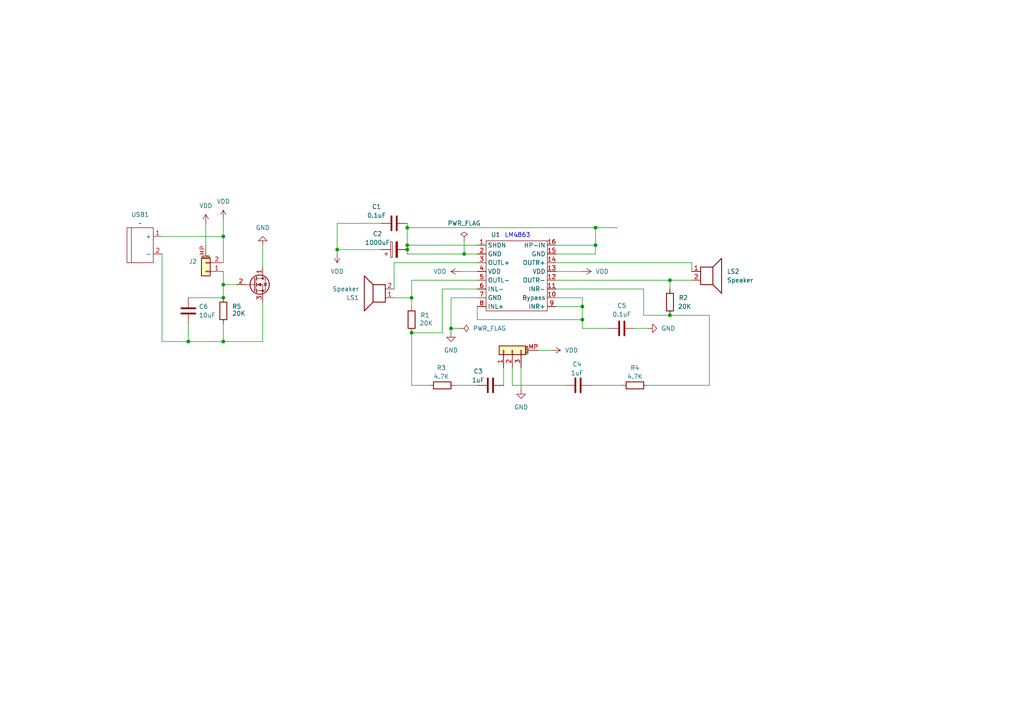
<source format=kicad_sch>
(kicad_sch (version 20231120) (generator "eeschema") (generator_version "8.0")
  (paper "A4")
  (title_block (title "test1") (date "2024-09-24") (rev "v1.0"))
  (lib_symbols
    (symbol "Connector_Generic_MountingPin:Conn_01x02_MountingPin" (pin_names (offset 1.016) hide)
      (property "Reference" "J" (at 0 2.54 0))
      (property "Value" "Conn_01x02_MountingPin" (at 1.27 -5.08 0))
      (symbol "Conn_01x02_MountingPin_1_1"
        (rectangle (start -1.27 -2.413) (end 0 -2.667) (stroke (width 0.1524)))
        (rectangle (start -1.27 0.127) (end 0 -0.127) (stroke (width 0.1524)))
        (rectangle (start -1.27 1.27) (end 1.27 -3.81) (stroke (width 0.254)) (fill (type background)))
        (polyline (pts (xy -1.016 -4.572) (xy 1.016 -4.572)) (stroke (width 0.1524)))
        (text "Mounting" (at 0 -4.191 0) (effects (font (size 0.381 0.381))))
        (pin passive line (at -5.08 0 0) (length 3.81) (name "Pin_1") (number "1"))
        (pin passive line (at -5.08 -2.54 0) (length 3.81) (name "Pin_2") (number "2"))
        (pin passive line (at 0 -7.62 90) (length 3.048) (name "MountPin") (number "MP"))
      )
    )
    (symbol "Connector_Generic_MountingPin:Conn_01x03_MountingPin" (pin_names (offset 1.016) hide)
      (property "Reference" "J" (at 0 5.08 0))
      (property "Value" "Conn_01x03_MountingPin" (at 1.27 -5.08 0))
      (symbol "Conn_01x03_MountingPin_1_1"
        (rectangle (start -1.27 -2.413) (end 0 -2.667) (stroke (width 0.1524)))
        (rectangle (start -1.27 0.127) (end 0 -0.127) (stroke (width 0.1524)))
        (rectangle (start -1.27 2.667) (end 0 2.413) (stroke (width 0.1524)))
        (rectangle (start -1.27 3.81) (end 1.27 -3.81) (stroke (width 0.254)) (fill (type background)))
        (polyline (pts (xy -1.016 -4.572) (xy 1.016 -4.572)) (stroke (width 0.1524)))
        (text "Mounting" (at 0 -4.191 0) (effects (font (size 0.381 0.381))))
        (pin passive line (at -5.08 2.54 0) (length 3.81) (name "Pin_1") (number "1"))
        (pin passive line (at -5.08 0 0) (length 3.81) (name "Pin_2") (number "2"))
        (pin passive line (at -5.08 -2.54 0) (length 3.81) (name "Pin_3") (number "3"))
        (pin passive line (at 0 -7.62 90) (length 3.048) (name "MountPin") (number "MP"))
      )
    )
    (symbol "Device:C" (pin_numbers hide) (pin_names (offset 0.254))
      (property "Reference" "C" (at 0.635 2.54 0))
      (property "Value" "C" (at 0.635 -2.54 0))
      (symbol "C_0_1"
        (polyline (pts (xy -2.032 -0.762) (xy 2.032 -0.762)) (stroke (width 0.508)))
        (polyline (pts (xy -2.032 0.762) (xy 2.032 0.762)) (stroke (width 0.508)))
      )
      (symbol "C_1_1"
        (pin passive line (at 0 3.81 270) (length 2.794) (name "~") (number "1"))
        (pin passive line (at 0 -3.81 90) (length 2.794) (name "~") (number "2"))
      )
    )
    (symbol "Device:C_Polarized" (pin_numbers hide) (pin_names (offset 0.254))
      (property "Reference" "C" (at 0.635 2.54 0))
      (property "Value" "C_Polarized" (at 0.635 -2.54 0))
      (symbol "C_Polarized_0_1"
        (rectangle (start -2.286 0.508) (end 2.286 1.016))
        (polyline (pts (xy -1.778 2.286) (xy -0.762 2.286)))
        (polyline (pts (xy -1.27 2.794) (xy -1.27 1.778)))
        (rectangle (start 2.286 -0.508) (end -2.286 -1.016) (fill (type outline)))
      )
      (symbol "C_Polarized_1_1"
        (pin passive line (at 0 3.81 270) (length 2.794) (name "~") (number "1"))
        (pin passive line (at 0 -3.81 90) (length 2.794) (name "~") (number "2"))
      )
    )
    (symbol "Device:R" (pin_numbers hide) (pin_names (offset 0))
      (property "Reference" "R" (at 2.032 0 90))
      (property "Value" "R" (at 0 0 90))
      (symbol "R_0_1"
        (rectangle (start -1.016 -2.54) (end 1.016 2.54) (stroke (width 0.254)))
      )
      (symbol "R_1_1"
        (pin passive line (at 0 3.81 270) (length 1.27) (name "~") (number "1"))
        (pin passive line (at 0 -3.81 90) (length 1.27) (name "~") (number "2"))
      )
    )
    (symbol "Device:Speaker" (pin_names (offset 0) hide)
      (property "Reference" "LS" (at 1.27 5.715 0))
      (property "Value" "Speaker" (at 1.27 3.81 0))
      (symbol "Speaker_0_0"
        (rectangle (start -2.54 1.27) (end 1.016 -3.81) (stroke (width 0.254)))
        (polyline (pts (xy 1.016 1.27) (xy 3.556 3.81) (xy 3.556 -6.35) (xy 1.016 -3.81)) (stroke (width 0.254)))
      )
      (symbol "Speaker_1_1"
        (pin input line (at -5.08 0 0) (length 2.54) (name "1") (number "1"))
        (pin input line (at -5.08 -2.54 0) (length 2.54) (name "2") (number "2"))
      )
    )
    (symbol "Transistor_FET:BS108" (pin_names hide)
      (property "Reference" "Q" (at 5.08 1.905 0))
      (property "Value" "BS108" (at 5.08 0 0))
      (symbol "BS108_0_1"
        (polyline (pts (xy 0.254 0) (xy -2.54 0)))
        (polyline (pts (xy 0.254 1.905) (xy 0.254 -1.905)) (stroke (width 0.254)))
        (polyline (pts (xy 0.762 -1.27) (xy 0.762 -2.286)) (stroke (width 0.254)))
        (polyline (pts (xy 0.762 0.508) (xy 0.762 -0.508)) (stroke (width 0.254)))
        (polyline (pts (xy 0.762 2.286) (xy 0.762 1.27)) (stroke (width 0.254)))
        (polyline (pts (xy 2.54 2.54) (xy 2.54 1.778)))
        (polyline (pts (xy 2.54 -2.54) (xy 2.54 0) (xy 0.762 0)))
        (polyline (pts (xy 0.762 -1.778) (xy 3.302 -1.778) (xy 3.302 1.778) (xy 0.762 1.778)))
        (polyline (pts (xy 1.016 0) (xy 2.032 0.381) (xy 2.032 -0.381) (xy 1.016 0)) (fill (type outline)))
        (polyline (pts (xy 2.794 0.508) (xy 2.921 0.381) (xy 3.683 0.381) (xy 3.81 0.254)))
        (polyline (pts (xy 3.302 0.381) (xy 2.921 -0.254) (xy 3.683 -0.254) (xy 3.302 0.381)))
        (circle (center 1.651 0) (radius 2.794) (stroke (width 0.254)))
        (circle (center 2.54 -1.778) (radius 0.254) (fill (type outline)))
        (circle (center 2.54 1.778) (radius 0.254) (fill (type outline)))
      )
      (symbol "BS108_1_1"
        (pin passive line (at 2.54 5.08 270) (length 2.54) (name "D") (number "1"))
        (pin input line (at -5.08 0 0) (length 2.54) (name "G") (number "2"))
        (pin passive line (at 2.54 -5.08 90) (length 2.54) (name "S") (number "3"))
      )
    )
    (symbol "power:GND" (power) (pin_numbers hide) (pin_names (offset 0) hide)
      (property "Value" "GND" (at 0 -3.81 0))
      (symbol "GND_0_1"
        (polyline (pts (xy 0 0) (xy 0 -1.27) (xy 1.27 -1.27) (xy 0 -2.54) (xy -1.27 -1.27) (xy 0 -1.27)))
      )
      (symbol "GND_1_1"
        (pin power_in line (at 0 0 270) (length 0) (name "~") (number "1"))
      )
    )
    (symbol "power:PWR_FLAG" (power) (pin_numbers hide) (pin_names (offset 0) hide)
      (property "Value" "PWR_FLAG" (at 0 3.81 0))
      (symbol "PWR_FLAG_0_0"
        (pin power_out line (at 0 0 90) (length 0) (name "~") (number "1"))
      )
      (symbol "PWR_FLAG_0_1"
        (polyline (pts (xy 0 0) (xy 0 1.27) (xy -1.016 1.905) (xy 0 2.54) (xy 1.016 1.905) (xy 0 1.27)))
      )
    )
    (symbol "power:VDD" (power) (pin_numbers hide) (pin_names (offset 0) hide)
      (property "Value" "VDD" (at 0 3.556 0))
      (symbol "VDD_0_1"
        (polyline (pts (xy -0.762 1.27) (xy 0 2.54)))
        (polyline (pts (xy 0 0) (xy 0 2.54)))
        (polyline (pts (xy 0 2.54) (xy 0.762 1.27)))
      )
      (symbol "VDD_1_1"
        (pin power_in line (at 0 0 90) (length 0) (name "~") (number "1"))
      )
    )
    (symbol "test_Library:LM4863"
      (property "Reference" "U1" (at 2.794 24.638 0))
      (property "Value" "~" (at 8.89 24.13 0))
      (symbol "LM4863_0_1"
        (rectangle (start 17.78 2.54) (end 17.78 2.54))
      )
      (symbol "LM4863_1_1"
        (rectangle (start 0 22.86) (end 17.78 2.54))
        (pin input line (at -2.54 21.59 0) (length 2.54) (name "SHDN") (number "1"))
        (pin output line (at 20.32 6.35 180) (length 2.54) (name "Bypass") (number "10"))
        (pin input line (at 20.32 8.89 180) (length 2.54) (name "INR-") (number "11"))
        (pin output line (at 20.32 11.43 180) (length 2.54) (name "OUTR-") (number "12"))
        (pin power_in line (at 20.32 13.97 180) (length 2.54) (name "VDD") (number "13"))
        (pin output line (at 20.32 16.51 180) (length 2.54) (name "OUTR+") (number "14"))
        (pin power_in line (at 20.32 19.05 180) (length 2.54) (name "GND") (number "15"))
        (pin input line (at 20.32 21.59 180) (length 2.54) (name "HP-IN") (number "16"))
        (pin power_in line (at -2.54 19.05 0) (length 2.54) (name "GND") (number "2"))
        (pin output line (at -2.54 16.51 0) (length 2.54) (name "OUTL+") (number "3"))
        (pin power_in line (at -2.54 13.97 0) (length 2.54) (name "VDD") (number "4"))
        (pin output line (at -2.54 11.43 0) (length 2.54) (name "OUTL-") (number "5"))
        (pin input line (at -2.54 8.89 0) (length 2.54) (name "INL-") (number "6"))
        (pin power_in line (at -2.54 6.35 0) (length 2.54) (name "GND") (number "7"))
        (pin input line (at -2.54 3.81 0) (length 2.54) (name "INL+") (number "8"))
        (pin input line (at 20.32 3.81 180) (length 2.54) (name "INR+") (number "9"))
      )
    )
    (symbol "test_Library:MICRO_USB_2P"
      (property "Reference" "USB" (at 8.382 3.81 0))
      (symbol "MICRO_USB_2P_0_1"
        (polyline (pts (xy 7.62 -7.62) (xy 7.62 2.54)))
        (rectangle (start 6.35 2.54) (end 13.97 -7.62))
      )
      (symbol "MICRO_USB_2P_1_1"
        (pin power_out line (at 16.51 0 180) (length 2.54) (name "+") (number "1"))
        (pin power_out line (at 16.51 -5.08 180) (length 2.54) (name "-") (number "2"))
      )
    )
  )
  (junction (at 64.77 86.36))
  (junction (at 194.31 81.28))
  (junction (at 172.72 66.04))
  (junction (at 119.38 96.52))
  (junction (at 54.61 99.06))
  (junction (at 119.38 86.36))
  (junction (at 97.79 72.39))
  (junction (at 172.72 71.12))
  (junction (at 130.81 95.25))
  (junction (at 118.11 66.04))
  (junction (at 64.77 99.06))
  (junction (at 118.11 71.12))
  (junction (at 64.77 82.55))
  (junction (at 118.11 72.39))
  (junction (at 194.31 91.44))
  (junction (at 134.62 73.66))
  (junction (at 64.77 68.58))
  (junction (at 168.91 92.71))
  (junction (at 168.91 88.9))
  (wire (pts (xy 194.31 91.44) (xy 186.69 91.44)))
  (wire (pts (xy 161.29 86.36) (xy 168.91 86.36)))
  (wire (pts (xy 187.96 111.76) (xy 205.74 111.76)))
  (wire (pts (xy 64.77 99.06) (xy 54.61 99.06)))
  (wire (pts (xy 138.43 88.9) (xy 138.43 92.71)))
  (wire (pts (xy 119.38 81.28) (xy 119.38 86.36)))
  (wire (pts (xy 119.38 86.36) (xy 119.38 88.9)))
  (wire (pts (xy 118.11 71.12) (xy 118.11 72.39)))
  (wire (pts (xy 118.11 64.77) (xy 118.11 66.04)))
  (wire (pts (xy 194.31 81.28) (xy 194.31 83.82)))
  (wire (pts (xy 76.2 87.63) (xy 76.2 99.06)))
  (wire (pts (xy 205.74 91.44) (xy 194.31 91.44)))
  (wire (pts (xy 46.99 99.06) (xy 54.61 99.06)))
  (wire (pts (xy 168.91 95.25) (xy 176.53 95.25)))
  (wire (pts (xy 161.29 81.28) (xy 194.31 81.28)))
  (wire (pts (xy 64.77 82.55) (xy 68.58 82.55)))
  (wire (pts (xy 138.43 73.66) (xy 134.62 73.66)))
  (wire (pts (xy 128.27 96.52) (xy 128.27 83.82)))
  (wire (pts (xy 156.21 101.6) (xy 160.02 101.6)))
  (wire (pts (xy 138.43 81.28) (xy 119.38 81.28)))
  (wire (pts (xy 138.43 92.71) (xy 168.91 92.71)))
  (wire (pts (xy 186.69 83.82) (xy 161.29 83.82)))
  (wire (pts (xy 168.91 88.9) (xy 168.91 92.71)))
  (wire (pts (xy 119.38 96.52) (xy 128.27 96.52)))
  (wire (pts (xy 97.79 64.77) (xy 110.49 64.77)))
  (wire (pts (xy 97.79 64.77) (xy 97.79 72.39)))
  (wire (pts (xy 138.43 86.36) (xy 130.81 86.36)))
  (wire (pts (xy 138.43 76.2) (xy 114.3 76.2)))
  (wire (pts (xy 97.79 72.39) (xy 97.79 73.66)))
  (wire (pts (xy 119.38 111.76) (xy 124.46 111.76)))
  (wire (pts (xy 161.29 71.12) (xy 172.72 71.12)))
  (wire (pts (xy 134.62 69.85) (xy 134.62 73.66)))
  (wire (pts (xy 128.27 83.82) (xy 138.43 83.82)))
  (wire (pts (xy 46.99 68.58) (xy 64.77 68.58)))
  (wire (pts (xy 168.91 92.71) (xy 168.91 95.25)))
  (wire (pts (xy 119.38 96.52) (xy 119.38 111.76)))
  (wire (pts (xy 118.11 71.12) (xy 138.43 71.12)))
  (wire (pts (xy 133.35 78.74) (xy 138.43 78.74)))
  (wire (pts (xy 54.61 99.06) (xy 54.61 93.98)))
  (wire (pts (xy 130.81 95.25) (xy 133.35 95.25)))
  (wire (pts (xy 64.77 63.5) (xy 64.77 68.58)))
  (wire (pts (xy 59.69 64.77) (xy 59.69 71.12)))
  (wire (pts (xy 161.29 88.9) (xy 168.91 88.9)))
  (wire (pts (xy 76.2 71.12) (xy 76.2 77.47)))
  (wire (pts (xy 146.05 106.68) (xy 146.05 111.76)))
  (wire (pts (xy 64.77 93.98) (xy 64.77 99.06)))
  (wire (pts (xy 194.31 81.28) (xy 200.66 81.28)))
  (wire (pts (xy 46.99 73.66) (xy 46.99 99.06)))
  (wire (pts (xy 64.77 68.58) (xy 64.77 76.2)))
  (wire (pts (xy 205.74 111.76) (xy 205.74 91.44)))
  (wire (pts (xy 151.13 106.68) (xy 151.13 113.03)))
  (wire (pts (xy 168.91 86.36) (xy 168.91 88.9)))
  (wire (pts (xy 171.45 111.76) (xy 180.34 111.76)))
  (wire (pts (xy 172.72 66.04) (xy 179.07 66.04)))
  (wire (pts (xy 118.11 73.66) (xy 118.11 72.39)))
  (wire (pts (xy 110.49 72.39) (xy 97.79 72.39)))
  (wire (pts (xy 148.59 111.76) (xy 163.83 111.76)))
  (wire (pts (xy 161.29 76.2) (xy 200.66 76.2)))
  (wire (pts (xy 161.29 73.66) (xy 172.72 73.66)))
  (wire (pts (xy 118.11 66.04) (xy 118.11 71.12)))
  (wire (pts (xy 64.77 78.74) (xy 64.77 82.55)))
  (wire (pts (xy 130.81 86.36) (xy 130.81 95.25)))
  (wire (pts (xy 172.72 71.12) (xy 172.72 66.04)))
  (wire (pts (xy 54.61 86.36) (xy 64.77 86.36)))
  (wire (pts (xy 172.72 73.66) (xy 172.72 71.12)))
  (wire (pts (xy 76.2 99.06) (xy 64.77 99.06)))
  (wire (pts (xy 200.66 76.2) (xy 200.66 78.74)))
  (wire (pts (xy 64.77 82.55) (xy 64.77 86.36)))
  (wire (pts (xy 134.62 73.66) (xy 118.11 73.66)))
  (wire (pts (xy 184.15 95.25) (xy 187.96 95.25)))
  (wire (pts (xy 161.29 78.74) (xy 168.91 78.74)))
  (wire (pts (xy 148.59 106.68) (xy 148.59 111.76)))
  (wire (pts (xy 186.69 91.44) (xy 186.69 83.82)))
  (wire (pts (xy 130.81 95.25) (xy 130.81 96.52)))
  (wire (pts (xy 132.08 111.76) (xy 138.43 111.76)))
  (wire (pts (xy 118.11 66.04) (xy 172.72 66.04)))
  (wire (pts (xy 114.3 76.2) (xy 114.3 83.82)))
  (wire (pts (xy 114.3 86.36) (xy 119.38 86.36)))
  (text "LM4863" (at 150.114 68.326 0) (effects (font (size 1.27 1.27))))
  (symbol (lib_id "power:VDD") (at 59.69 64.77 0) (unit 1)
    (property "Reference" "#PWR010" (effects (hide yes)))
    (property "Value" "VDD" (at 59.69 59.69 0))
    (property "Description" "Power symbol creates a global label with name \"VDD\"" (effects (hide yes)))
  )
  (symbol (lib_id "Device:R") (at 194.31 87.63 0) (unit 1)
    (property "Reference" "R2" (at 196.85 86.3599 0) (effects (justify left)))
    (property "Value" "20K" (at 196.596 88.9 0) (effects (justify left)))
    (property "Footprint" "Resistor_SMD:R_0201_0603Metric" (effects (hide yes)))
    (property "Description" "Resistor" (effects (hide yes)))
  )
  (symbol (lib_id "Device:C") (at 142.24 111.76 90) (unit 1)
    (property "Reference" "C3" (at 138.684 107.696 90))
    (property "Value" "1uF" (at 138.684 110.236 90))
    (property "Footprint" "Capacitor_THT:C_Disc_D3.0mm_W1.6mm_P2.50mm" (effects (hide yes)))
    (property "Description" "Unpolarized capacitor" (effects (hide yes)))
  )
  (symbol (lib_id "Device:C") (at 114.3 64.77 90) (unit 1)
    (property "Reference" "C1" (at 109.22 59.944 90))
    (property "Value" "0.1uF" (at 109.22 62.484 90))
    (property "Footprint" "Capacitor_THT:C_Disc_D3.0mm_W1.6mm_P2.50mm" (effects (hide yes)))
    (property "Description" "Unpolarized capacitor" (effects (hide yes)))
  )
  (symbol (lib_id "power:VDD") (at 97.79 73.66 180) (unit 1)
    (property "Reference" "#PWR01" (effects (hide yes)))
    (property "Value" "VDD" (at 97.79 78.74 0))
    (property "Description" "Power symbol creates a global label with name \"VDD\"" (effects (hide yes)))
  )
  (symbol (lib_id "Device:C") (at 180.34 95.25 90) (unit 1)
    (property "Reference" "C5" (at 180.34 88.646 90))
    (property "Value" "0.1uF" (at 180.34 91.186 90))
    (property "Footprint" "Capacitor_THT:C_Disc_D3.0mm_W1.6mm_P2.50mm" (effects (hide yes)))
    (property "Description" "Unpolarized capacitor" (effects (hide yes)))
  )
  (symbol (lib_id "Device:C") (at 54.61 90.17 180) (unit 1)
    (property "Reference" "C6" (at 57.658 88.9 0) (effects (justify right)))
    (property "Value" "10uF" (at 57.658 91.44 0) (effects (justify right)))
    (property "Footprint" "Capacitor_THT:C_Disc_D3.0mm_W1.6mm_P2.50mm" (effects (hide yes)))
    (property "Description" "Unpolarized capacitor" (effects (hide yes)))
  )
  (symbol (lib_id "Device:R") (at 184.15 111.76 90) (unit 1)
    (property "Reference" "R4" (at 184.15 106.68 90))
    (property "Value" "4.7K" (at 184.15 109.22 90))
    (property "Footprint" "Resistor_SMD:R_0201_0603Metric" (effects (hide yes)))
    (property "Description" "Resistor" (effects (hide yes)))
  )
  (symbol (lib_id "power:PWR_FLAG") (at 133.35 95.25 270) (unit 1)
    (property "Reference" "#FLG01" (effects (hide yes)))
    (property "Value" "PWR_FLAG" (at 137.16 95.2499 90) (effects (justify left)))
    (property "Description" "Special symbol for telling ERC where power comes from" (effects (hide yes)))
  )
  (symbol (lib_id "power:VDD") (at 160.02 101.6 270) (unit 1)
    (property "Reference" "#PWR07" (effects (hide yes)))
    (property "Value" "VDD" (at 163.83 101.5999 90) (effects (justify left)))
    (property "Description" "Power symbol creates a global label with name \"VDD\"" (effects (hide yes)))
  )
  (symbol (lib_id "test_Library:MICRO_USB_2P") (at 30.48 68.58 0) (unit 1)
    (property "Reference" "USB1" (at 40.64 62.23 0))
    (property "Value" "~" (at 40.64 64.77 0))
    (property "Footprint" "Connector_USB:USB_Micro-B_Molex-105133-0031" (effects (hide yes)))
  )
  (symbol (lib_id "power:GND") (at 76.2 71.12 180) (unit 1)
    (property "Reference" "#PWR09" (effects (hide yes)))
    (property "Value" "GND" (at 76.2 66.04 0))
    (property "Description" "Power symbol creates a global label with name \"GND\" , ground" (effects (hide yes)))
  )
  (symbol (lib_id "Device:R") (at 64.77 90.17 0) (unit 1)
    (property "Reference" "R5" (at 67.31 88.8999 0) (effects (justify left)))
    (property "Value" "20K" (at 67.31 90.932 0) (effects (justify left)))
    (property "Footprint" "Resistor_SMD:R_0201_0603Metric" (effects (hide yes)))
    (property "Description" "Resistor" (effects (hide yes)))
  )
  (symbol (lib_id "power:VDD") (at 168.91 78.74 270) (unit 1)
    (property "Reference" "#PWR06" (effects (hide yes)))
    (property "Value" "VDD" (at 172.72 78.7399 90) (effects (justify left)))
    (property "Description" "Power symbol creates a global label with name \"VDD\"" (effects (hide yes)))
  )
  (symbol (lib_id "Device:C_Polarized") (at 114.3 72.39 90) (unit 1)
    (property "Reference" "C2" (at 109.474 67.818 90))
    (property "Value" "1000uF" (at 109.474 70.358 90))
    (property "Footprint" "Capacitor_THT:C_Disc_D3.0mm_W1.6mm_P2.50mm" (effects (hide yes)))
    (property "Description" "Polarized capacitor" (effects (hide yes)))
  )
  (symbol (lib_id "Transistor_FET:BS108") (at 73.66 82.55 0) (unit 1)
    (property "Reference" "Q1" (effects (hide yes)))
    (property "Value" "BS108" (effects (hide yes)))
    (property "Footprint" "Package_TO_SOT_THT:TO-92_Inline" (effects (hide yes)))
    (property "Datasheet" "http://www.redrok.com/MOSFET_BS108_200V_250mA_8O_Vth1.5_TO-92.PDF" (effects (hide yes)))
    (property "Description" "0.25A Id, 200V Vds, N-Channel MOSFET, TO-92" (effects (hide yes)))
  )
  (symbol (lib_id "power:GND") (at 130.81 96.52 0) (unit 1)
    (property "Reference" "#PWR03" (effects (hide yes)))
    (property "Value" "GND" (at 130.81 101.6 0))
    (property "Description" "Power symbol creates a global label with name \"GND\" , ground" (effects (hide yes)))
  )
  (symbol (lib_id "Device:C") (at 167.64 111.76 90) (unit 1)
    (property "Reference" "C4" (at 167.386 105.664 90))
    (property "Value" "1uF" (at 167.386 108.204 90))
    (property "Footprint" "Capacitor_THT:C_Disc_D3.0mm_W1.6mm_P2.50mm" (effects (hide yes)))
    (property "Description" "Unpolarized capacitor" (effects (hide yes)))
  )
  (symbol (lib_id "power:PWR_FLAG") (at 134.62 69.85 0) (unit 1)
    (property "Reference" "#FLG03" (effects (hide yes)))
    (property "Value" "PWR_FLAG" (at 134.62 64.77 0))
    (property "Description" "Special symbol for telling ERC where power comes from" (effects (hide yes)))
  )
  (symbol (lib_id "test_Library:LM4863") (at 140.97 92.71 0) (unit 1)
    (property "Reference" "U1" (at 143.764 68.072 0))
    (property "Value" "~" (at 149.86 68.58 0))
    (property "Footprint" "ET2-1-KiCADProject:LM4863" (effects (hide yes)))
  )
  (symbol (lib_id "power:VDD") (at 133.35 78.74 90) (unit 1)
    (property "Reference" "#PWR02" (effects (hide yes)))
    (property "Value" "VDD" (at 129.54 78.7399 90) (effects (justify left)))
    (property "Description" "Power symbol creates a global label with name \"VDD\"" (effects (hide yes)))
  )
  (symbol (lib_id "Connector_Generic_MountingPin:Conn_01x02_MountingPin") (at 59.69 78.74 180) (unit 1)
    (property "Reference" "J2" (at 57.15 75.8443 0) (effects (justify left)))
    (property "Value" "Conn_01x02_MountingPin" (effects (hide yes)))
    (property "Footprint" "Connector_PinHeader_1.00mm:PinHeader_1x03_P1.00mm_Vertical_SMD_Pin1Right" (effects (hide yes)))
    (property "Description" "Generic connectable mounting pin connector, single row, 01x02, script generated (kicad-library-utils/schlib/autogen/connector/)" (effects (hide yes)))
  )
  (symbol (lib_id "Device:R") (at 119.38 92.71 0) (unit 1)
    (property "Reference" "R1" (at 121.92 91.4399 0) (effects (justify left)))
    (property "Value" "20K" (at 121.666 93.726 0) (effects (justify left)))
    (property "Footprint" "Resistor_SMD:R_0201_0603Metric" (effects (hide yes)))
    (property "Description" "Resistor" (effects (hide yes)))
  )
  (symbol (lib_id "Device:Speaker") (at 205.74 78.74 0) (unit 1)
    (property "Reference" "LS2" (at 210.82 78.7399 0) (effects (justify left)))
    (property "Value" "Speaker" (at 210.82 81.2799 0) (effects (justify left)))
    (property "Footprint" "Buzzer_Beeper:Speaker_CUI_CMR-1206S-67" (effects (hide yes)))
    (property "Description" "Speaker" (effects (hide yes)))
  )
  (symbol (lib_id "power:VDD") (at 64.77 63.5 0) (unit 1)
    (property "Reference" "#PWR08" (effects (hide yes)))
    (property "Value" "VDD" (at 64.77 58.42 0))
    (property "Description" "Power symbol creates a global label with name \"VDD\"" (effects (hide yes)))
  )
  (symbol (lib_id "Device:R") (at 128.27 111.76 90) (unit 1)
    (property "Reference" "R3" (at 128.016 106.68 90))
    (property "Value" "4.7K" (at 128.016 109.22 90))
    (property "Footprint" "Resistor_SMD:R_0201_0603Metric" (effects (hide yes)))
    (property "Description" "Resistor" (effects (hide yes)))
  )
  (symbol (lib_id "power:GND") (at 187.96 95.25 90) (unit 1)
    (property "Reference" "#PWR05" (effects (hide yes)))
    (property "Value" "GND" (at 191.77 95.2499 90) (effects (justify right)))
    (property "Description" "Power symbol creates a global label with name \"GND\" , ground" (effects (hide yes)))
  )
  (symbol (lib_id "Device:Speaker") (at 109.22 86.36 180) (unit 1)
    (property "Reference" "LS1" (at 104.14 86.3601 0) (effects (justify left)))
    (property "Value" "Speaker" (at 104.14 83.8201 0) (effects (justify left)))
    (property "Footprint" "Buzzer_Beeper:Speaker_CUI_CMR-1206S-67" (effects (hide yes)))
    (property "Description" "Speaker" (effects (hide yes)))
  )
  (symbol (lib_id "power:GND") (at 151.13 113.03 0) (unit 1)
    (property "Reference" "#PWR04" (effects (hide yes)))
    (property "Value" "GND" (at 151.13 118.11 0))
    (property "Description" "Power symbol creates a global label with name \"GND\" , ground" (effects (hide yes)))
  )
  (symbol (lib_id "Connector_Generic_MountingPin:Conn_01x03_MountingPin") (at 148.59 101.6 90) (unit 1)
    (property "Reference" "J1" (effects (hide yes)))
    (property "Value" "Conn_01x03_MountingPin" (effects (hide yes)))
    (property "Footprint" "Connector_PinHeader_1.00mm:PinHeader_1x04_P1.00mm_Horizontal" (effects (hide yes)))
    (property "Description" "Generic connectable mounting pin connector, single row, 01x03, script generated (kicad-library-utils/schlib/autogen/connector/)" (effects (hide yes)))
  )
)
</source>
